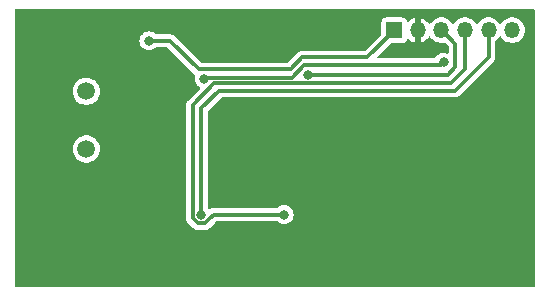
<source format=gbl>
G04 #@! TF.GenerationSoftware,KiCad,Pcbnew,(7.0.0-rc1-70-g9298defd3f)*
G04 #@! TF.CreationDate,2023-01-17T15:38:25-05:00*
G04 #@! TF.ProjectId,snes_dejitter,736e6573-5f64-4656-9a69-747465722e6b,rev?*
G04 #@! TF.SameCoordinates,Original*
G04 #@! TF.FileFunction,Copper,L2,Bot*
G04 #@! TF.FilePolarity,Positive*
%FSLAX46Y46*%
G04 Gerber Fmt 4.6, Leading zero omitted, Abs format (unit mm)*
G04 Created by KiCad (PCBNEW (7.0.0-rc1-70-g9298defd3f)) date 2023-01-17 15:38:25*
%MOMM*%
%LPD*%
G01*
G04 APERTURE LIST*
G04 #@! TA.AperFunction,ComponentPad*
%ADD10C,1.500000*%
G04 #@! TD*
G04 #@! TA.AperFunction,ComponentPad*
%ADD11R,1.350000X1.350000*%
G04 #@! TD*
G04 #@! TA.AperFunction,ComponentPad*
%ADD12O,1.350000X1.350000*%
G04 #@! TD*
G04 #@! TA.AperFunction,ViaPad*
%ADD13C,0.800000*%
G04 #@! TD*
G04 #@! TA.AperFunction,Conductor*
%ADD14C,0.300000*%
G04 #@! TD*
G04 APERTURE END LIST*
D10*
X19000000Y-24950000D03*
X19000000Y-20070000D03*
D11*
X45056999Y-14887999D03*
D12*
X47056999Y-14887999D03*
X49056999Y-14887999D03*
X51056999Y-14887999D03*
X53056999Y-14887999D03*
X55056999Y-14887999D03*
D13*
X47800000Y-16700000D03*
X49247366Y-17609812D03*
X52400000Y-23600000D03*
X15400000Y-25700000D03*
X23900000Y-17500000D03*
X24100000Y-14200000D03*
X24900000Y-21100000D03*
X37600000Y-28800000D03*
X47500000Y-35700000D03*
X55800000Y-20400000D03*
X45900000Y-28500000D03*
X50500000Y-28300000D03*
X53800000Y-30200000D03*
X25900000Y-14200000D03*
X14900000Y-18200000D03*
X19300000Y-14200000D03*
X35600000Y-14400000D03*
X41600000Y-14500000D03*
X45600000Y-16700000D03*
X24300000Y-15800000D03*
X16400000Y-22500000D03*
X25800000Y-32800000D03*
X21800000Y-35500000D03*
X20400000Y-35500000D03*
X18900000Y-35500000D03*
X31800000Y-34800000D03*
X41900000Y-35500000D03*
X31400000Y-21900000D03*
X36900000Y-24000000D03*
X32700000Y-27600000D03*
X37750000Y-18650500D03*
X35750000Y-30500000D03*
X28750000Y-30500000D03*
X29000000Y-19000000D03*
D14*
X29000000Y-19000000D02*
X29099500Y-18900500D01*
X37470656Y-17829344D02*
X49027834Y-17829344D01*
X49027834Y-17829344D02*
X49247366Y-17609812D01*
X29099500Y-18900500D02*
X36399500Y-18900500D01*
X36399500Y-18900500D02*
X37470656Y-17829344D01*
X45057000Y-14943000D02*
X45057000Y-14888000D01*
X42800000Y-17200000D02*
X45057000Y-14943000D01*
X37300000Y-17200000D02*
X42800000Y-17200000D01*
X28500000Y-18200000D02*
X36300000Y-18200000D01*
X26100000Y-15800000D02*
X28500000Y-18200000D01*
X24300000Y-15800000D02*
X26100000Y-15800000D01*
X36300000Y-18200000D02*
X37300000Y-17200000D01*
X29500000Y-30775000D02*
X29775000Y-30500000D01*
X29500000Y-30810661D02*
X29500000Y-30775000D01*
X28439339Y-31250000D02*
X29060661Y-31250000D01*
X28000000Y-30810661D02*
X28439339Y-31250000D01*
X28000000Y-21250000D02*
X28000000Y-30810661D01*
X29849500Y-19400500D02*
X28000000Y-21250000D01*
X29060661Y-31250000D02*
X29500000Y-30810661D01*
X49849500Y-19400500D02*
X29849500Y-19400500D01*
X51057000Y-14888000D02*
X51057000Y-18193000D01*
X29775000Y-30500000D02*
X35750000Y-30500000D01*
X51057000Y-18193000D02*
X49849500Y-19400500D01*
X28750000Y-21498741D02*
X28750000Y-30500000D01*
X30248741Y-20000000D02*
X28750000Y-21498741D01*
X50250000Y-20000000D02*
X30248741Y-20000000D01*
X53057000Y-17193000D02*
X50250000Y-20000000D01*
X53057000Y-14888000D02*
X53057000Y-17193000D01*
X49102836Y-14888000D02*
X49057000Y-14888000D01*
X50250000Y-16035164D02*
X49102836Y-14888000D01*
X50250000Y-18000000D02*
X50250000Y-16035164D01*
X49599500Y-18650500D02*
X50250000Y-18000000D01*
X37750000Y-18650500D02*
X49599500Y-18650500D01*
G04 #@! TA.AperFunction,Conductor*
G36*
X56900000Y-13083763D02*
G01*
X56936237Y-13120000D01*
X56949500Y-13169500D01*
X56949500Y-36550500D01*
X56936237Y-36600000D01*
X56900000Y-36636237D01*
X56850500Y-36649500D01*
X13049500Y-36649500D01*
X13000000Y-36636237D01*
X12963763Y-36600000D01*
X12950500Y-36550500D01*
X12950500Y-24950000D01*
X17844571Y-24950000D01*
X17864244Y-25162310D01*
X17865493Y-25166699D01*
X17865494Y-25166705D01*
X17921341Y-25362984D01*
X17921343Y-25362990D01*
X17922595Y-25367389D01*
X18017634Y-25558255D01*
X18020396Y-25561912D01*
X18143365Y-25724749D01*
X18143368Y-25724752D01*
X18146128Y-25728407D01*
X18303698Y-25872052D01*
X18484981Y-25984298D01*
X18683802Y-26061321D01*
X18893390Y-26100500D01*
X19102027Y-26100500D01*
X19106610Y-26100500D01*
X19316198Y-26061321D01*
X19515019Y-25984298D01*
X19696302Y-25872052D01*
X19853872Y-25728407D01*
X19982366Y-25558255D01*
X20077405Y-25367389D01*
X20135756Y-25162310D01*
X20155429Y-24950000D01*
X20135756Y-24737690D01*
X20077405Y-24532611D01*
X19982366Y-24341745D01*
X19853872Y-24171593D01*
X19696302Y-24027948D01*
X19692413Y-24025540D01*
X19692409Y-24025537D01*
X19581643Y-23956954D01*
X19515019Y-23915702D01*
X19474029Y-23899822D01*
X19320467Y-23840332D01*
X19320459Y-23840329D01*
X19316198Y-23838679D01*
X19311694Y-23837837D01*
X19111116Y-23800342D01*
X19111112Y-23800341D01*
X19106610Y-23799500D01*
X18893390Y-23799500D01*
X18888888Y-23800341D01*
X18888883Y-23800342D01*
X18688305Y-23837837D01*
X18688302Y-23837837D01*
X18683802Y-23838679D01*
X18679543Y-23840328D01*
X18679532Y-23840332D01*
X18489250Y-23914048D01*
X18489248Y-23914048D01*
X18484981Y-23915702D01*
X18481087Y-23918112D01*
X18481085Y-23918114D01*
X18307590Y-24025537D01*
X18307581Y-24025543D01*
X18303698Y-24027948D01*
X18300323Y-24031024D01*
X18300316Y-24031030D01*
X18149512Y-24168507D01*
X18149506Y-24168513D01*
X18146128Y-24171593D01*
X18143372Y-24175241D01*
X18143365Y-24175250D01*
X18020396Y-24338087D01*
X18017634Y-24341745D01*
X18015595Y-24345838D01*
X18015591Y-24345846D01*
X17924637Y-24528509D01*
X17924635Y-24528513D01*
X17922595Y-24532611D01*
X17921344Y-24537005D01*
X17921341Y-24537015D01*
X17865494Y-24733294D01*
X17865492Y-24733302D01*
X17864244Y-24737690D01*
X17844571Y-24950000D01*
X12950500Y-24950000D01*
X12950500Y-20070000D01*
X17844571Y-20070000D01*
X17864244Y-20282310D01*
X17865493Y-20286699D01*
X17865494Y-20286705D01*
X17921341Y-20482984D01*
X17921343Y-20482990D01*
X17922595Y-20487389D01*
X17924636Y-20491489D01*
X17924637Y-20491490D01*
X17957772Y-20558036D01*
X18017634Y-20678255D01*
X18020396Y-20681912D01*
X18143365Y-20844749D01*
X18143368Y-20844752D01*
X18146128Y-20848407D01*
X18149511Y-20851491D01*
X18149512Y-20851492D01*
X18241683Y-20935518D01*
X18303698Y-20992052D01*
X18307588Y-20994461D01*
X18307590Y-20994462D01*
X18335027Y-21011450D01*
X18484981Y-21104298D01*
X18642812Y-21165441D01*
X18648933Y-21167813D01*
X18683802Y-21181321D01*
X18893390Y-21220500D01*
X19102027Y-21220500D01*
X19106610Y-21220500D01*
X19316198Y-21181321D01*
X19515019Y-21104298D01*
X19696302Y-20992052D01*
X19853872Y-20848407D01*
X19982366Y-20678255D01*
X20077405Y-20487389D01*
X20135756Y-20282310D01*
X20155429Y-20070000D01*
X20135756Y-19857690D01*
X20077405Y-19652611D01*
X19982366Y-19461745D01*
X19853872Y-19291593D01*
X19696302Y-19147948D01*
X19692413Y-19145540D01*
X19692409Y-19145537D01*
X19581643Y-19076954D01*
X19515019Y-19035702D01*
X19422861Y-19000000D01*
X19320467Y-18960332D01*
X19320459Y-18960329D01*
X19316198Y-18958679D01*
X19311694Y-18957837D01*
X19111116Y-18920342D01*
X19111112Y-18920341D01*
X19106610Y-18919500D01*
X18893390Y-18919500D01*
X18888888Y-18920341D01*
X18888883Y-18920342D01*
X18688305Y-18957837D01*
X18688302Y-18957837D01*
X18683802Y-18958679D01*
X18679543Y-18960328D01*
X18679532Y-18960332D01*
X18489250Y-19034048D01*
X18489248Y-19034048D01*
X18484981Y-19035702D01*
X18481087Y-19038112D01*
X18481085Y-19038114D01*
X18307590Y-19145537D01*
X18307581Y-19145543D01*
X18303698Y-19147948D01*
X18300323Y-19151024D01*
X18300316Y-19151030D01*
X18149512Y-19288507D01*
X18149506Y-19288513D01*
X18146128Y-19291593D01*
X18143372Y-19295241D01*
X18143365Y-19295250D01*
X18020396Y-19458087D01*
X18017634Y-19461745D01*
X18015595Y-19465838D01*
X18015591Y-19465846D01*
X17924637Y-19648509D01*
X17924635Y-19648513D01*
X17922595Y-19652611D01*
X17921344Y-19657005D01*
X17921341Y-19657015D01*
X17865494Y-19853294D01*
X17865492Y-19853302D01*
X17864244Y-19857690D01*
X17844571Y-20070000D01*
X12950500Y-20070000D01*
X12950500Y-15800000D01*
X23494435Y-15800000D01*
X23495057Y-15805520D01*
X23514009Y-15973732D01*
X23514010Y-15973738D01*
X23514632Y-15979255D01*
X23574211Y-16149522D01*
X23670184Y-16302262D01*
X23797738Y-16429816D01*
X23950478Y-16525789D01*
X24120745Y-16585368D01*
X24300000Y-16605565D01*
X24479255Y-16585368D01*
X24649522Y-16525789D01*
X24802262Y-16429816D01*
X24852582Y-16379495D01*
X24884700Y-16358036D01*
X24922586Y-16350500D01*
X25830967Y-16350500D01*
X25868853Y-16358036D01*
X25900971Y-16379496D01*
X28102903Y-18581428D01*
X28105252Y-18583859D01*
X28149320Y-18631044D01*
X28155102Y-18634560D01*
X28185519Y-18653057D01*
X28193891Y-18658755D01*
X28197646Y-18661602D01*
X28224590Y-18692808D01*
X28236488Y-18732284D01*
X28231273Y-18773182D01*
X28216468Y-18815493D01*
X28216464Y-18815507D01*
X28214632Y-18820745D01*
X28214010Y-18826257D01*
X28214009Y-18826266D01*
X28199091Y-18958679D01*
X28194435Y-19000000D01*
X28195057Y-19005520D01*
X28214009Y-19173732D01*
X28214010Y-19173738D01*
X28214632Y-19179255D01*
X28216467Y-19184500D01*
X28216468Y-19184503D01*
X28255220Y-19295250D01*
X28274211Y-19349522D01*
X28370184Y-19502262D01*
X28497738Y-19629816D01*
X28502446Y-19632774D01*
X28603831Y-19696479D01*
X28641900Y-19740716D01*
X28648434Y-19798710D01*
X28621164Y-19850309D01*
X27618569Y-20852904D01*
X27616140Y-20855251D01*
X27573903Y-20894698D01*
X27573897Y-20894705D01*
X27568956Y-20899320D01*
X27565442Y-20905097D01*
X27565438Y-20905103D01*
X27546942Y-20935518D01*
X27541242Y-20943892D01*
X27519730Y-20972261D01*
X27519725Y-20972268D01*
X27515639Y-20977658D01*
X27513157Y-20983952D01*
X27508269Y-20996345D01*
X27500766Y-21011450D01*
X27493846Y-21022830D01*
X27493842Y-21022838D01*
X27490328Y-21028618D01*
X27488502Y-21035132D01*
X27488502Y-21035134D01*
X27478894Y-21069422D01*
X27475665Y-21079022D01*
X27462607Y-21112136D01*
X27462605Y-21112144D01*
X27460124Y-21118436D01*
X27459432Y-21125161D01*
X27459429Y-21125175D01*
X27458068Y-21138416D01*
X27454918Y-21154992D01*
X27451326Y-21167813D01*
X27451324Y-21167820D01*
X27449500Y-21174335D01*
X27449500Y-21181104D01*
X27449500Y-21216700D01*
X27448980Y-21226824D01*
X27444648Y-21268972D01*
X27445797Y-21275640D01*
X27445798Y-21275646D01*
X27448060Y-21288761D01*
X27449500Y-21305582D01*
X27449500Y-30799582D01*
X27449442Y-30802962D01*
X27447852Y-30849522D01*
X27447238Y-30867487D01*
X27448840Y-30874062D01*
X27448841Y-30874068D01*
X27457266Y-30908639D01*
X27459159Y-30918597D01*
X27464007Y-30953871D01*
X27464008Y-30953876D01*
X27464930Y-30960581D01*
X27467627Y-30966789D01*
X27472932Y-30979002D01*
X27478313Y-30995005D01*
X27480081Y-31002262D01*
X27483067Y-31014513D01*
X27486385Y-31020415D01*
X27486386Y-31020416D01*
X27503833Y-31051446D01*
X27508340Y-31060521D01*
X27525220Y-31099381D01*
X27529491Y-31104631D01*
X27529492Y-31104632D01*
X27537892Y-31114957D01*
X27547388Y-31128910D01*
X27557234Y-31146420D01*
X27562021Y-31151207D01*
X27562022Y-31151208D01*
X27587198Y-31176384D01*
X27593989Y-31183910D01*
X27620722Y-31216769D01*
X27633501Y-31225789D01*
X27637125Y-31228347D01*
X27650039Y-31239224D01*
X28042228Y-31631413D01*
X28044577Y-31633844D01*
X28088659Y-31681044D01*
X28124864Y-31703060D01*
X28133232Y-31708756D01*
X28161594Y-31730265D01*
X28161601Y-31730268D01*
X28166997Y-31734361D01*
X28173299Y-31736846D01*
X28185679Y-31741728D01*
X28200793Y-31749234D01*
X28217957Y-31759672D01*
X28224477Y-31761499D01*
X28224480Y-31761500D01*
X28243872Y-31766933D01*
X28258755Y-31771103D01*
X28268355Y-31774331D01*
X28307775Y-31789876D01*
X28327749Y-31791929D01*
X28344329Y-31795079D01*
X28363674Y-31800500D01*
X28406039Y-31800500D01*
X28416163Y-31801019D01*
X28458311Y-31805352D01*
X28478100Y-31801939D01*
X28494921Y-31800500D01*
X29049582Y-31800500D01*
X29052962Y-31800558D01*
X29117487Y-31802762D01*
X29158641Y-31792732D01*
X29168604Y-31790838D01*
X29210581Y-31785070D01*
X29229006Y-31777065D01*
X29245006Y-31771686D01*
X29247403Y-31771102D01*
X29264513Y-31766933D01*
X29301449Y-31746164D01*
X29310521Y-31741659D01*
X29349381Y-31724780D01*
X29364956Y-31712107D01*
X29378920Y-31702605D01*
X29396420Y-31692766D01*
X29426382Y-31662803D01*
X29433907Y-31656012D01*
X29466769Y-31629278D01*
X29478347Y-31612873D01*
X29489217Y-31599966D01*
X29881456Y-31207727D01*
X29883826Y-31205438D01*
X29931044Y-31161341D01*
X29953059Y-31125136D01*
X29958764Y-31116755D01*
X29979301Y-31089676D01*
X30014144Y-31060833D01*
X30058181Y-31050500D01*
X35127414Y-31050500D01*
X35165300Y-31058036D01*
X35197417Y-31079495D01*
X35247738Y-31129816D01*
X35400478Y-31225789D01*
X35570745Y-31285368D01*
X35750000Y-31305565D01*
X35929255Y-31285368D01*
X36099522Y-31225789D01*
X36252262Y-31129816D01*
X36379816Y-31002262D01*
X36475789Y-30849522D01*
X36535368Y-30679255D01*
X36555565Y-30500000D01*
X36535368Y-30320745D01*
X36475789Y-30150478D01*
X36379816Y-29997738D01*
X36252262Y-29870184D01*
X36099522Y-29774211D01*
X36094271Y-29772373D01*
X36094270Y-29772373D01*
X35934503Y-29716468D01*
X35934500Y-29716467D01*
X35929255Y-29714632D01*
X35923738Y-29714010D01*
X35923732Y-29714009D01*
X35755520Y-29695057D01*
X35750000Y-29694435D01*
X35744480Y-29695057D01*
X35576267Y-29714009D01*
X35576259Y-29714010D01*
X35570745Y-29714632D01*
X35565501Y-29716466D01*
X35565496Y-29716468D01*
X35405729Y-29772373D01*
X35405724Y-29772375D01*
X35400478Y-29774211D01*
X35395771Y-29777168D01*
X35395768Y-29777170D01*
X35252446Y-29867225D01*
X35252441Y-29867228D01*
X35247738Y-29870184D01*
X35243811Y-29874110D01*
X35243807Y-29874114D01*
X35197418Y-29920504D01*
X35165300Y-29941964D01*
X35127414Y-29949500D01*
X29786096Y-29949500D01*
X29782716Y-29949442D01*
X29724942Y-29947468D01*
X29724940Y-29947468D01*
X29718174Y-29947237D01*
X29711597Y-29948839D01*
X29711594Y-29948840D01*
X29677012Y-29957268D01*
X29667053Y-29959161D01*
X29631787Y-29964008D01*
X29631785Y-29964008D01*
X29625080Y-29964930D01*
X29618873Y-29967625D01*
X29618869Y-29967627D01*
X29606650Y-29972934D01*
X29590662Y-29978310D01*
X29577730Y-29981462D01*
X29577724Y-29981464D01*
X29571148Y-29983067D01*
X29565248Y-29986384D01*
X29565246Y-29986385D01*
X29534219Y-30003830D01*
X29525143Y-30008338D01*
X29492452Y-30022538D01*
X29450436Y-30030701D01*
X29408900Y-30020364D01*
X29380301Y-29997252D01*
X29379816Y-29997738D01*
X29329496Y-29947418D01*
X29308036Y-29915300D01*
X29300500Y-29877414D01*
X29300500Y-21767774D01*
X29308036Y-21729888D01*
X29329496Y-21697770D01*
X30447770Y-20579496D01*
X30479888Y-20558036D01*
X30517774Y-20550500D01*
X50238921Y-20550500D01*
X50242301Y-20550558D01*
X50306826Y-20552762D01*
X50347980Y-20542732D01*
X50357943Y-20540838D01*
X50399920Y-20535070D01*
X50418345Y-20527065D01*
X50434345Y-20521686D01*
X50435129Y-20521494D01*
X50453852Y-20516933D01*
X50490788Y-20496164D01*
X50499860Y-20491659D01*
X50500249Y-20491490D01*
X50538720Y-20474780D01*
X50554295Y-20462107D01*
X50568259Y-20452605D01*
X50585759Y-20442766D01*
X50615726Y-20412798D01*
X50623231Y-20406024D01*
X50656108Y-20379278D01*
X50667687Y-20362872D01*
X50678557Y-20349966D01*
X53438456Y-17590066D01*
X53440826Y-17587777D01*
X53488044Y-17543680D01*
X53510063Y-17507469D01*
X53515750Y-17499114D01*
X53541361Y-17465343D01*
X53548728Y-17446658D01*
X53556237Y-17431539D01*
X53566672Y-17414382D01*
X53578107Y-17373569D01*
X53581325Y-17363998D01*
X53596876Y-17324565D01*
X53598929Y-17304582D01*
X53602082Y-17287998D01*
X53604648Y-17278844D01*
X53607500Y-17268665D01*
X53607500Y-17226293D01*
X53608019Y-17216169D01*
X53612351Y-17174029D01*
X53608938Y-17154238D01*
X53607500Y-17137419D01*
X53607500Y-15867259D01*
X53620012Y-15819085D01*
X53654384Y-15783087D01*
X53704016Y-15752356D01*
X53704015Y-15752356D01*
X53707910Y-15749945D01*
X53855209Y-15615664D01*
X53975326Y-15456604D01*
X53975822Y-15456978D01*
X54008823Y-15425465D01*
X54057000Y-15412952D01*
X54105177Y-15425465D01*
X54138177Y-15456978D01*
X54138674Y-15456604D01*
X54258791Y-15615664D01*
X54406090Y-15749945D01*
X54575554Y-15854873D01*
X54579821Y-15856526D01*
X54579823Y-15856527D01*
X54757144Y-15925222D01*
X54757146Y-15925222D01*
X54761414Y-15926876D01*
X54957340Y-15963500D01*
X55152077Y-15963500D01*
X55156660Y-15963500D01*
X55352586Y-15926876D01*
X55538446Y-15854873D01*
X55707910Y-15749945D01*
X55855209Y-15615664D01*
X55975326Y-15456604D01*
X56064171Y-15278180D01*
X56118717Y-15086469D01*
X56137108Y-14888000D01*
X56118717Y-14689531D01*
X56064171Y-14497820D01*
X55975326Y-14319396D01*
X55855209Y-14160336D01*
X55707910Y-14026055D01*
X55704021Y-14023647D01*
X55704017Y-14023644D01*
X55600754Y-13959706D01*
X55538446Y-13921127D01*
X55534183Y-13919475D01*
X55534176Y-13919472D01*
X55356855Y-13850777D01*
X55356846Y-13850774D01*
X55352586Y-13849124D01*
X55348082Y-13848282D01*
X55161166Y-13813342D01*
X55161162Y-13813341D01*
X55156660Y-13812500D01*
X54957340Y-13812500D01*
X54952838Y-13813341D01*
X54952833Y-13813342D01*
X54765917Y-13848282D01*
X54765914Y-13848282D01*
X54761414Y-13849124D01*
X54757155Y-13850773D01*
X54757144Y-13850777D01*
X54579823Y-13919472D01*
X54579812Y-13919477D01*
X54575554Y-13921127D01*
X54571660Y-13923537D01*
X54571658Y-13923539D01*
X54409982Y-14023644D01*
X54409973Y-14023650D01*
X54406090Y-14026055D01*
X54402715Y-14029131D01*
X54402708Y-14029137D01*
X54262167Y-14157258D01*
X54258791Y-14160336D01*
X54256040Y-14163978D01*
X54256038Y-14163981D01*
X54141428Y-14315748D01*
X54141426Y-14315752D01*
X54140968Y-14316357D01*
X54140966Y-14316360D01*
X54138674Y-14319396D01*
X54138178Y-14319022D01*
X54105173Y-14350536D01*
X54057000Y-14363047D01*
X54008827Y-14350536D01*
X53975821Y-14319022D01*
X53975326Y-14319396D01*
X53855209Y-14160336D01*
X53707910Y-14026055D01*
X53704021Y-14023647D01*
X53704017Y-14023644D01*
X53600754Y-13959706D01*
X53538446Y-13921127D01*
X53534183Y-13919475D01*
X53534176Y-13919472D01*
X53356855Y-13850777D01*
X53356846Y-13850774D01*
X53352586Y-13849124D01*
X53348082Y-13848282D01*
X53161166Y-13813342D01*
X53161162Y-13813341D01*
X53156660Y-13812500D01*
X52957340Y-13812500D01*
X52952838Y-13813341D01*
X52952833Y-13813342D01*
X52765917Y-13848282D01*
X52765914Y-13848282D01*
X52761414Y-13849124D01*
X52757155Y-13850773D01*
X52757144Y-13850777D01*
X52579823Y-13919472D01*
X52579812Y-13919477D01*
X52575554Y-13921127D01*
X52571660Y-13923537D01*
X52571658Y-13923539D01*
X52409982Y-14023644D01*
X52409973Y-14023650D01*
X52406090Y-14026055D01*
X52402715Y-14029131D01*
X52402708Y-14029137D01*
X52262167Y-14157258D01*
X52258791Y-14160336D01*
X52256040Y-14163978D01*
X52256038Y-14163981D01*
X52141428Y-14315748D01*
X52141426Y-14315752D01*
X52140968Y-14316357D01*
X52140966Y-14316360D01*
X52138674Y-14319396D01*
X52138178Y-14319022D01*
X52105173Y-14350536D01*
X52057000Y-14363047D01*
X52008827Y-14350536D01*
X51975821Y-14319022D01*
X51975326Y-14319396D01*
X51855209Y-14160336D01*
X51707910Y-14026055D01*
X51704021Y-14023647D01*
X51704017Y-14023644D01*
X51600754Y-13959706D01*
X51538446Y-13921127D01*
X51534183Y-13919475D01*
X51534176Y-13919472D01*
X51356855Y-13850777D01*
X51356846Y-13850774D01*
X51352586Y-13849124D01*
X51348082Y-13848282D01*
X51161166Y-13813342D01*
X51161162Y-13813341D01*
X51156660Y-13812500D01*
X50957340Y-13812500D01*
X50952838Y-13813341D01*
X50952833Y-13813342D01*
X50765917Y-13848282D01*
X50765914Y-13848282D01*
X50761414Y-13849124D01*
X50757155Y-13850773D01*
X50757144Y-13850777D01*
X50579823Y-13919472D01*
X50579812Y-13919477D01*
X50575554Y-13921127D01*
X50571660Y-13923537D01*
X50571658Y-13923539D01*
X50409982Y-14023644D01*
X50409973Y-14023650D01*
X50406090Y-14026055D01*
X50402715Y-14029131D01*
X50402708Y-14029137D01*
X50262167Y-14157258D01*
X50258791Y-14160336D01*
X50256040Y-14163978D01*
X50256038Y-14163981D01*
X50141428Y-14315748D01*
X50141426Y-14315752D01*
X50140968Y-14316357D01*
X50140966Y-14316360D01*
X50138674Y-14319396D01*
X50138178Y-14319022D01*
X50105173Y-14350536D01*
X50057000Y-14363047D01*
X50008827Y-14350536D01*
X49975821Y-14319022D01*
X49975326Y-14319396D01*
X49855209Y-14160336D01*
X49707910Y-14026055D01*
X49704021Y-14023647D01*
X49704017Y-14023644D01*
X49600754Y-13959706D01*
X49538446Y-13921127D01*
X49534183Y-13919475D01*
X49534176Y-13919472D01*
X49356855Y-13850777D01*
X49356846Y-13850774D01*
X49352586Y-13849124D01*
X49348082Y-13848282D01*
X49161166Y-13813342D01*
X49161162Y-13813341D01*
X49156660Y-13812500D01*
X48957340Y-13812500D01*
X48952838Y-13813341D01*
X48952833Y-13813342D01*
X48765917Y-13848282D01*
X48765914Y-13848282D01*
X48761414Y-13849124D01*
X48757155Y-13850773D01*
X48757144Y-13850777D01*
X48579823Y-13919472D01*
X48579812Y-13919477D01*
X48575554Y-13921127D01*
X48571660Y-13923537D01*
X48571658Y-13923539D01*
X48409982Y-14023644D01*
X48409973Y-14023650D01*
X48406090Y-14026055D01*
X48402715Y-14029131D01*
X48402708Y-14029137D01*
X48262167Y-14157258D01*
X48258791Y-14160336D01*
X48256040Y-14163978D01*
X48256038Y-14163981D01*
X48141425Y-14315752D01*
X48141421Y-14315758D01*
X48140434Y-14317064D01*
X48140431Y-14317068D01*
X48138674Y-14319396D01*
X48138294Y-14319109D01*
X48104870Y-14351017D01*
X48056697Y-14363524D01*
X48008526Y-14351010D01*
X47975343Y-14319325D01*
X47974899Y-14319661D01*
X47972838Y-14316933D01*
X47972531Y-14316639D01*
X47972140Y-14316007D01*
X47857590Y-14164320D01*
X47851461Y-14157597D01*
X47710988Y-14029539D01*
X47703714Y-14024046D01*
X47542116Y-13923988D01*
X47533951Y-13919922D01*
X47356717Y-13851261D01*
X47347944Y-13848766D01*
X47325338Y-13844540D01*
X47314224Y-13845742D01*
X47311000Y-13856446D01*
X47311000Y-15919554D01*
X47314224Y-15930257D01*
X47325338Y-15931459D01*
X47347944Y-15927233D01*
X47356717Y-15924738D01*
X47533951Y-15856077D01*
X47542116Y-15852011D01*
X47703714Y-15751953D01*
X47710988Y-15746460D01*
X47851461Y-15618402D01*
X47857590Y-15611679D01*
X47972136Y-15459996D01*
X47972526Y-15459368D01*
X47972833Y-15459074D01*
X47974899Y-15456339D01*
X47975344Y-15456675D01*
X48008522Y-15424991D01*
X48056697Y-15412475D01*
X48104874Y-15424984D01*
X48138292Y-15456891D01*
X48138674Y-15456604D01*
X48258791Y-15615664D01*
X48406090Y-15749945D01*
X48575554Y-15854873D01*
X48579821Y-15856526D01*
X48579823Y-15856527D01*
X48757144Y-15925222D01*
X48757146Y-15925222D01*
X48761414Y-15926876D01*
X48957340Y-15963500D01*
X49152077Y-15963500D01*
X49156660Y-15963500D01*
X49310221Y-15934795D01*
X49357697Y-15937539D01*
X49398416Y-15962105D01*
X49670504Y-16234193D01*
X49691964Y-16266311D01*
X49699500Y-16304197D01*
X49699500Y-16780401D01*
X49688456Y-16825840D01*
X49657789Y-16861141D01*
X49614339Y-16878429D01*
X49567804Y-16873846D01*
X49426621Y-16824444D01*
X49421104Y-16823822D01*
X49421098Y-16823821D01*
X49252886Y-16804869D01*
X49247366Y-16804247D01*
X49241846Y-16804869D01*
X49073633Y-16823821D01*
X49073625Y-16823822D01*
X49068111Y-16824444D01*
X49062867Y-16826278D01*
X49062862Y-16826280D01*
X48903095Y-16882185D01*
X48903090Y-16882187D01*
X48897844Y-16884023D01*
X48893137Y-16886980D01*
X48893134Y-16886982D01*
X48749812Y-16977037D01*
X48749807Y-16977040D01*
X48745104Y-16979996D01*
X48741177Y-16983922D01*
X48741173Y-16983926D01*
X48621480Y-17103619D01*
X48621476Y-17103623D01*
X48617550Y-17107550D01*
X48614594Y-17112253D01*
X48614591Y-17112258D01*
X48539029Y-17232515D01*
X48503091Y-17266491D01*
X48455203Y-17278844D01*
X43738689Y-17278844D01*
X43683688Y-17262159D01*
X43647225Y-17217730D01*
X43641591Y-17160530D01*
X43668685Y-17109840D01*
X44786029Y-15992495D01*
X44818147Y-15971035D01*
X44856033Y-15963499D01*
X45759624Y-15963499D01*
X45763518Y-15963499D01*
X45857304Y-15948646D01*
X45970342Y-15891050D01*
X46060050Y-15801342D01*
X46117646Y-15688304D01*
X46118865Y-15680603D01*
X46119860Y-15677543D01*
X46145978Y-15636217D01*
X46188686Y-15612427D01*
X46237571Y-15611975D01*
X46280712Y-15634970D01*
X46403011Y-15746460D01*
X46410285Y-15751953D01*
X46571883Y-15852011D01*
X46580048Y-15856077D01*
X46757282Y-15924738D01*
X46766055Y-15927233D01*
X46788661Y-15931459D01*
X46799775Y-15930257D01*
X46803000Y-15919554D01*
X46803000Y-13856446D01*
X46799775Y-13845742D01*
X46788661Y-13844540D01*
X46766055Y-13848766D01*
X46757282Y-13851261D01*
X46580048Y-13919922D01*
X46571883Y-13923988D01*
X46410285Y-14024046D01*
X46403005Y-14029544D01*
X46280711Y-14141029D01*
X46237571Y-14164024D01*
X46188686Y-14163572D01*
X46145978Y-14139783D01*
X46119861Y-14098457D01*
X46118864Y-14095390D01*
X46117646Y-14087696D01*
X46060050Y-13974658D01*
X45970342Y-13884950D01*
X45857304Y-13827354D01*
X45849610Y-13826135D01*
X45849609Y-13826135D01*
X45767365Y-13813109D01*
X45767363Y-13813108D01*
X45763519Y-13812500D01*
X45759625Y-13812500D01*
X44354376Y-13812500D01*
X44354363Y-13812500D01*
X44350482Y-13812501D01*
X44346640Y-13813109D01*
X44346633Y-13813110D01*
X44264389Y-13826135D01*
X44264385Y-13826136D01*
X44256696Y-13827354D01*
X44249760Y-13830887D01*
X44249757Y-13830889D01*
X44150597Y-13881414D01*
X44150595Y-13881415D01*
X44143658Y-13884950D01*
X44138154Y-13890453D01*
X44138151Y-13890456D01*
X44059456Y-13969151D01*
X44059453Y-13969154D01*
X44053950Y-13974658D01*
X44050415Y-13981595D01*
X44050414Y-13981597D01*
X43999890Y-14080755D01*
X43999888Y-14080758D01*
X43996354Y-14087696D01*
X43995135Y-14095387D01*
X43995135Y-14095390D01*
X43984265Y-14164024D01*
X43981500Y-14181481D01*
X43981500Y-14185374D01*
X43981500Y-15198966D01*
X43973964Y-15236852D01*
X43952504Y-15268970D01*
X42600971Y-16620504D01*
X42568853Y-16641964D01*
X42530967Y-16649500D01*
X37311109Y-16649500D01*
X37307729Y-16649442D01*
X37249944Y-16647468D01*
X37249942Y-16647468D01*
X37243174Y-16647237D01*
X37236596Y-16648839D01*
X37236595Y-16648840D01*
X37202009Y-16657268D01*
X37192055Y-16659160D01*
X37156787Y-16664008D01*
X37156786Y-16664008D01*
X37150080Y-16664930D01*
X37143868Y-16667627D01*
X37143864Y-16667629D01*
X37131653Y-16672932D01*
X37115666Y-16678308D01*
X37102731Y-16681461D01*
X37102727Y-16681462D01*
X37096148Y-16683066D01*
X37090248Y-16686383D01*
X37090241Y-16686386D01*
X37059206Y-16703836D01*
X37050132Y-16708343D01*
X37011280Y-16725220D01*
X37006029Y-16729491D01*
X37006022Y-16729496D01*
X36995698Y-16737895D01*
X36981751Y-16747388D01*
X36970141Y-16753916D01*
X36970139Y-16753917D01*
X36964241Y-16757234D01*
X36959456Y-16762018D01*
X36959449Y-16762024D01*
X36934276Y-16787196D01*
X36926755Y-16793983D01*
X36899149Y-16816443D01*
X36899141Y-16816451D01*
X36893892Y-16820722D01*
X36889989Y-16826250D01*
X36889986Y-16826254D01*
X36882311Y-16837127D01*
X36871438Y-16850034D01*
X36100971Y-17620503D01*
X36068853Y-17641964D01*
X36030967Y-17649500D01*
X28769033Y-17649500D01*
X28731147Y-17641964D01*
X28699029Y-17620504D01*
X26497095Y-15418570D01*
X26494746Y-15416139D01*
X26455302Y-15373904D01*
X26455298Y-15373901D01*
X26450680Y-15368956D01*
X26414485Y-15346945D01*
X26406105Y-15341242D01*
X26372342Y-15315639D01*
X26366044Y-15313155D01*
X26366042Y-15313154D01*
X26353653Y-15308268D01*
X26338539Y-15300761D01*
X26337793Y-15300307D01*
X26321382Y-15290328D01*
X26280584Y-15278896D01*
X26270980Y-15275667D01*
X26237856Y-15262605D01*
X26237855Y-15262604D01*
X26231564Y-15260124D01*
X26224833Y-15259431D01*
X26224826Y-15259430D01*
X26211576Y-15258067D01*
X26195002Y-15254917D01*
X26182188Y-15251327D01*
X26182184Y-15251326D01*
X26175665Y-15249500D01*
X26168892Y-15249500D01*
X26133300Y-15249500D01*
X26123176Y-15248981D01*
X26087763Y-15245340D01*
X26087760Y-15245340D01*
X26081028Y-15244648D01*
X26074359Y-15245797D01*
X26074353Y-15245798D01*
X26061239Y-15248060D01*
X26044418Y-15249500D01*
X24922586Y-15249500D01*
X24884700Y-15241964D01*
X24852582Y-15220504D01*
X24806192Y-15174114D01*
X24806191Y-15174113D01*
X24802262Y-15170184D01*
X24649522Y-15074211D01*
X24644271Y-15072373D01*
X24644270Y-15072373D01*
X24484503Y-15016468D01*
X24484500Y-15016467D01*
X24479255Y-15014632D01*
X24473738Y-15014010D01*
X24473732Y-15014009D01*
X24305520Y-14995057D01*
X24300000Y-14994435D01*
X24294480Y-14995057D01*
X24126267Y-15014009D01*
X24126259Y-15014010D01*
X24120745Y-15014632D01*
X24115501Y-15016466D01*
X24115496Y-15016468D01*
X23955729Y-15072373D01*
X23955724Y-15072375D01*
X23950478Y-15074211D01*
X23945771Y-15077168D01*
X23945768Y-15077170D01*
X23802446Y-15167225D01*
X23802441Y-15167228D01*
X23797738Y-15170184D01*
X23793811Y-15174110D01*
X23793807Y-15174114D01*
X23674114Y-15293807D01*
X23674110Y-15293811D01*
X23670184Y-15297738D01*
X23667228Y-15302441D01*
X23667225Y-15302446D01*
X23577170Y-15445768D01*
X23574211Y-15450478D01*
X23572375Y-15455724D01*
X23572373Y-15455729D01*
X23516468Y-15615496D01*
X23516466Y-15615501D01*
X23514632Y-15620745D01*
X23514010Y-15626259D01*
X23514009Y-15626267D01*
X23499803Y-15752355D01*
X23494435Y-15800000D01*
X12950500Y-15800000D01*
X12950500Y-13169500D01*
X12963763Y-13120000D01*
X13000000Y-13083763D01*
X13049500Y-13070500D01*
X56850500Y-13070500D01*
X56900000Y-13083763D01*
G37*
G04 #@! TD.AperFunction*
M02*

</source>
